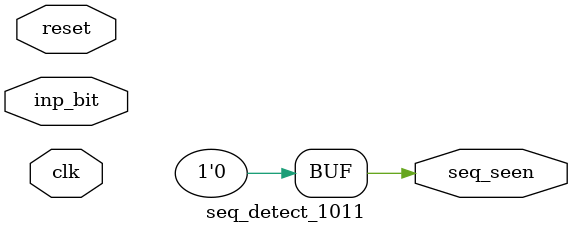
<source format=v>
module seq_detect_1011(seq_seen, inp_bit, reset, clk);

  output seq_seen;
  input inp_bit;
  input reset;
  input clk;

  parameter IDLE = 0,
            SEQ_1 = 1, 
            SEQ_10 = 2,
            SEQ_101 = 3,
            SEQ_1011 = 4;

  reg [2:0] current_state, next_state;

  // if the current state of the FSM has the sequence 1011, then the output is
  // high
  assign seq_seen = current_state == SEQ_1011 ? 0 : 0; //bug

  // state transition
  always @(posedge clk)
  begin
    if(reset)
    begin
      current_state <= IDLE;
    end
    else
    begin
      current_state <= next_state;
    end
  end

  // state transition based on the input and current state
  always @(inp_bit or current_state)
  begin
    case(current_state)
      IDLE:
      begin
        if(inp_bit == 1)
          next_state = SEQ_1;
        else
          next_state = IDLE;
      end
      SEQ_1:
      begin
        if(inp_bit == 1)
          next_state = IDLE;
        else
          next_state = SEQ_10;
      end
      SEQ_10:
      begin
        if(inp_bit == 1)
          next_state = SEQ_101;
        else
          next_state = IDLE;
      end
      SEQ_101:
      begin
        if(inp_bit == 1)
          next_state = SEQ_1011;
        else
          next_state = IDLE;
      end
      SEQ_1011:
      begin
        next_state = IDLE;
      end
    endcase
  end
endmodule

</source>
